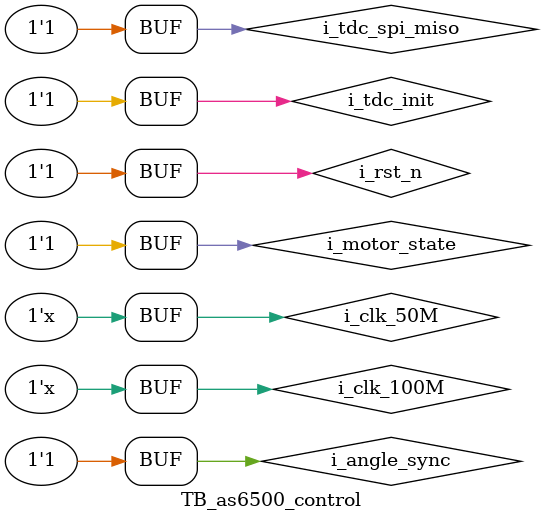
<source format=v>
	`timescale 1ns / 1ps 
	
	module TB_as6500_control(
	);
	reg i_clk_50M	;
	reg i_clk_100M	;	
	reg i_rst_n		;
    
	reg i_angle_sync	;
	reg i_motor_state	;
	reg i_tdc_init		;
	reg i_tdc_spi_miso	;

	initial begin
		i_rst_n =0 ;
		i_clk_50M =0;
		i_clk_100M =0;
		#100 i_rst_n =1'b1;

		i_angle_sync =1'b1;
		i_motor_state =1'b1;
		i_tdc_init=1'b1;
		i_tdc_spi_miso=1;
	end															   

	always #10  i_clk_50M	= ~i_clk_50M	;
	always #20	i_clk_100M	= ~i_clk_100M	;                               																   
	                                                        
	
	as6500_control	U2
	(
		.i_clk_50m			(i_clk_50M)				,
		.i_clk_100m    		(i_clk_100M)			,
		.i_rst_n      		(i_rst_n)				,
		
		.i_angle_sync		(i_angle_sync)			,
		.i_motor_state		(i_motor_state)			,
		
		.i_tdc_init 		(i_tdc_init)			,
		.i_tdc_spi_miso		(i_tdc_spi_miso)		
		// .o_tdc_spi_mosi		(o_tdc_spi_mosi)		,
		// .o_tdc_spi_ssn 		(o_tdc_spi_ssn)			,
		// .o_tdc_spi_clk 		(o_tdc_spi_clk)			,

		// .o_rise_data		(w_rise_data)			,
		// .o_fall_data		(w_fall_data)			,
		// .o_tdc_err_sig		(o_tdc_err_sig)			,
		// .o_tdc_new_sig		(w_tdc_new_sig)			
	);

	endmodule  
</source>
